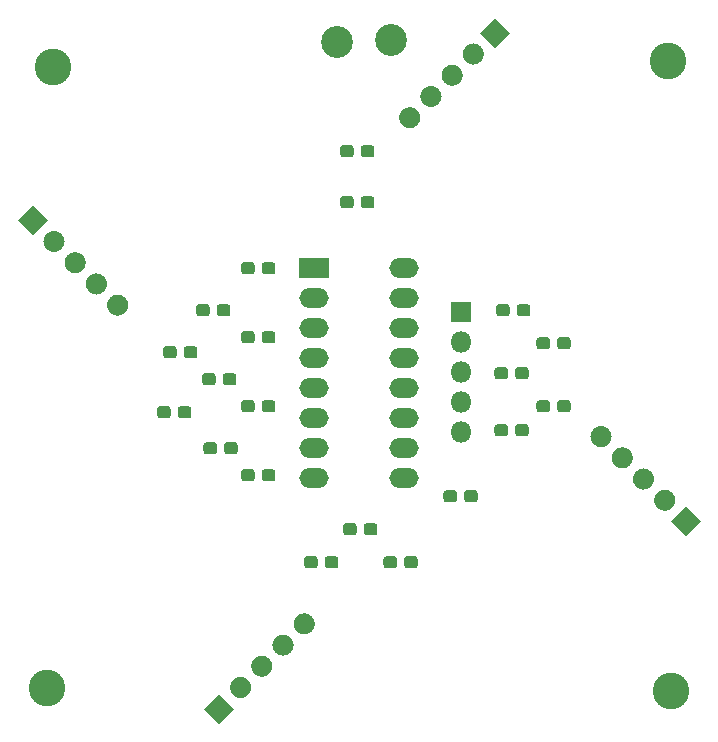
<source format=gts>
G04 #@! TF.GenerationSoftware,KiCad,Pcbnew,(5.1.6-0-10_14)*
G04 #@! TF.CreationDate,2022-01-06T22:32:46-06:00*
G04 #@! TF.ProjectId,opto_isolator,6f70746f-5f69-4736-9f6c-61746f722e6b,rev?*
G04 #@! TF.SameCoordinates,Original*
G04 #@! TF.FileFunction,Soldermask,Top*
G04 #@! TF.FilePolarity,Negative*
%FSLAX46Y46*%
G04 Gerber Fmt 4.6, Leading zero omitted, Abs format (unit mm)*
G04 Created by KiCad (PCBNEW (5.1.6-0-10_14)) date 2022-01-06 22:32:46*
%MOMM*%
%LPD*%
G01*
G04 APERTURE LIST*
%ADD10C,0.100000*%
%ADD11R,1.800000X1.800000*%
%ADD12O,1.800000X1.800000*%
%ADD13R,2.500000X1.700000*%
%ADD14O,2.500000X1.700000*%
%ADD15C,2.700000*%
%ADD16C,3.100000*%
G04 APERTURE END LIST*
D10*
G36*
X138507208Y-53730000D02*
G01*
X139780000Y-52457208D01*
X141052792Y-53730000D01*
X139780000Y-55002792D01*
X138507208Y-53730000D01*
G37*
G36*
G01*
X137347553Y-54889655D02*
X137347553Y-54889655D01*
G75*
G02*
X138620345Y-54889655I636396J-636396D01*
G01*
X138620345Y-54889655D01*
G75*
G02*
X138620345Y-56162447I-636396J-636396D01*
G01*
X138620345Y-56162447D01*
G75*
G02*
X137347553Y-56162447I-636396J636396D01*
G01*
X137347553Y-56162447D01*
G75*
G02*
X137347553Y-54889655I636396J636396D01*
G01*
G37*
G36*
G01*
X135551502Y-56685706D02*
X135551502Y-56685706D01*
G75*
G02*
X136824294Y-56685706I636396J-636396D01*
G01*
X136824294Y-56685706D01*
G75*
G02*
X136824294Y-57958498I-636396J-636396D01*
G01*
X136824294Y-57958498D01*
G75*
G02*
X135551502Y-57958498I-636396J636396D01*
G01*
X135551502Y-57958498D01*
G75*
G02*
X135551502Y-56685706I636396J636396D01*
G01*
G37*
G36*
G01*
X133755450Y-58481758D02*
X133755450Y-58481758D01*
G75*
G02*
X135028242Y-58481758I636396J-636396D01*
G01*
X135028242Y-58481758D01*
G75*
G02*
X135028242Y-59754550I-636396J-636396D01*
G01*
X135028242Y-59754550D01*
G75*
G02*
X133755450Y-59754550I-636396J636396D01*
G01*
X133755450Y-59754550D01*
G75*
G02*
X133755450Y-58481758I636396J636396D01*
G01*
G37*
G36*
G01*
X131959399Y-60277809D02*
X131959399Y-60277809D01*
G75*
G02*
X133232191Y-60277809I636396J-636396D01*
G01*
X133232191Y-60277809D01*
G75*
G02*
X133232191Y-61550601I-636396J-636396D01*
G01*
X133232191Y-61550601D01*
G75*
G02*
X131959399Y-61550601I-636396J636396D01*
G01*
X131959399Y-61550601D01*
G75*
G02*
X131959399Y-60277809I636396J636396D01*
G01*
G37*
D11*
X136980000Y-77360000D03*
D12*
X136980000Y-79900000D03*
X136980000Y-82440000D03*
X136980000Y-84980000D03*
X136980000Y-87520000D03*
G36*
G01*
X126961000Y-96020500D02*
X126961000Y-95495500D01*
G75*
G02*
X127223500Y-95233000I262500J0D01*
G01*
X127848500Y-95233000D01*
G75*
G02*
X128111000Y-95495500I0J-262500D01*
G01*
X128111000Y-96020500D01*
G75*
G02*
X127848500Y-96283000I-262500J0D01*
G01*
X127223500Y-96283000D01*
G75*
G02*
X126961000Y-96020500I0J262500D01*
G01*
G37*
G36*
G01*
X128711000Y-96020500D02*
X128711000Y-95495500D01*
G75*
G02*
X128973500Y-95233000I262500J0D01*
G01*
X129598500Y-95233000D01*
G75*
G02*
X129861000Y-95495500I0J-262500D01*
G01*
X129861000Y-96020500D01*
G75*
G02*
X129598500Y-96283000I-262500J0D01*
G01*
X128973500Y-96283000D01*
G75*
G02*
X128711000Y-96020500I0J262500D01*
G01*
G37*
G36*
G01*
X113471000Y-81034500D02*
X113471000Y-80509500D01*
G75*
G02*
X113733500Y-80247000I262500J0D01*
G01*
X114358500Y-80247000D01*
G75*
G02*
X114621000Y-80509500I0J-262500D01*
G01*
X114621000Y-81034500D01*
G75*
G02*
X114358500Y-81297000I-262500J0D01*
G01*
X113733500Y-81297000D01*
G75*
G02*
X113471000Y-81034500I0J262500D01*
G01*
G37*
G36*
G01*
X111721000Y-81034500D02*
X111721000Y-80509500D01*
G75*
G02*
X111983500Y-80247000I262500J0D01*
G01*
X112608500Y-80247000D01*
G75*
G02*
X112871000Y-80509500I0J-262500D01*
G01*
X112871000Y-81034500D01*
G75*
G02*
X112608500Y-81297000I-262500J0D01*
G01*
X111983500Y-81297000D01*
G75*
G02*
X111721000Y-81034500I0J262500D01*
G01*
G37*
G36*
G01*
X129607000Y-67809500D02*
X129607000Y-68334500D01*
G75*
G02*
X129344500Y-68597000I-262500J0D01*
G01*
X128719500Y-68597000D01*
G75*
G02*
X128457000Y-68334500I0J262500D01*
G01*
X128457000Y-67809500D01*
G75*
G02*
X128719500Y-67547000I262500J0D01*
G01*
X129344500Y-67547000D01*
G75*
G02*
X129607000Y-67809500I0J-262500D01*
G01*
G37*
G36*
G01*
X127857000Y-67809500D02*
X127857000Y-68334500D01*
G75*
G02*
X127594500Y-68597000I-262500J0D01*
G01*
X126969500Y-68597000D01*
G75*
G02*
X126707000Y-68334500I0J262500D01*
G01*
X126707000Y-67809500D01*
G75*
G02*
X126969500Y-67547000I262500J0D01*
G01*
X127594500Y-67547000D01*
G75*
G02*
X127857000Y-67809500I0J-262500D01*
G01*
G37*
G36*
G01*
X140924000Y-87113500D02*
X140924000Y-87638500D01*
G75*
G02*
X140661500Y-87901000I-262500J0D01*
G01*
X140036500Y-87901000D01*
G75*
G02*
X139774000Y-87638500I0J262500D01*
G01*
X139774000Y-87113500D01*
G75*
G02*
X140036500Y-86851000I262500J0D01*
G01*
X140661500Y-86851000D01*
G75*
G02*
X140924000Y-87113500I0J-262500D01*
G01*
G37*
G36*
G01*
X142674000Y-87113500D02*
X142674000Y-87638500D01*
G75*
G02*
X142411500Y-87901000I-262500J0D01*
G01*
X141786500Y-87901000D01*
G75*
G02*
X141524000Y-87638500I0J262500D01*
G01*
X141524000Y-87113500D01*
G75*
G02*
X141786500Y-86851000I262500J0D01*
G01*
X142411500Y-86851000D01*
G75*
G02*
X142674000Y-87113500I0J-262500D01*
G01*
G37*
G36*
G01*
X132126000Y-98814500D02*
X132126000Y-98289500D01*
G75*
G02*
X132388500Y-98027000I262500J0D01*
G01*
X133013500Y-98027000D01*
G75*
G02*
X133276000Y-98289500I0J-262500D01*
G01*
X133276000Y-98814500D01*
G75*
G02*
X133013500Y-99077000I-262500J0D01*
G01*
X132388500Y-99077000D01*
G75*
G02*
X132126000Y-98814500I0J262500D01*
G01*
G37*
G36*
G01*
X130376000Y-98814500D02*
X130376000Y-98289500D01*
G75*
G02*
X130638500Y-98027000I262500J0D01*
G01*
X131263500Y-98027000D01*
G75*
G02*
X131526000Y-98289500I0J-262500D01*
G01*
X131526000Y-98814500D01*
G75*
G02*
X131263500Y-99077000I-262500J0D01*
G01*
X130638500Y-99077000D01*
G75*
G02*
X130376000Y-98814500I0J262500D01*
G01*
G37*
G36*
G01*
X121225000Y-79239500D02*
X121225000Y-79764500D01*
G75*
G02*
X120962500Y-80027000I-262500J0D01*
G01*
X120337500Y-80027000D01*
G75*
G02*
X120075000Y-79764500I0J262500D01*
G01*
X120075000Y-79239500D01*
G75*
G02*
X120337500Y-78977000I262500J0D01*
G01*
X120962500Y-78977000D01*
G75*
G02*
X121225000Y-79239500I0J-262500D01*
G01*
G37*
G36*
G01*
X119475000Y-79239500D02*
X119475000Y-79764500D01*
G75*
G02*
X119212500Y-80027000I-262500J0D01*
G01*
X118587500Y-80027000D01*
G75*
G02*
X118325000Y-79764500I0J262500D01*
G01*
X118325000Y-79239500D01*
G75*
G02*
X118587500Y-78977000I262500J0D01*
G01*
X119212500Y-78977000D01*
G75*
G02*
X119475000Y-79239500I0J-262500D01*
G01*
G37*
G36*
G01*
X120075000Y-73922500D02*
X120075000Y-73397500D01*
G75*
G02*
X120337500Y-73135000I262500J0D01*
G01*
X120962500Y-73135000D01*
G75*
G02*
X121225000Y-73397500I0J-262500D01*
G01*
X121225000Y-73922500D01*
G75*
G02*
X120962500Y-74185000I-262500J0D01*
G01*
X120337500Y-74185000D01*
G75*
G02*
X120075000Y-73922500I0J262500D01*
G01*
G37*
G36*
G01*
X118325000Y-73922500D02*
X118325000Y-73397500D01*
G75*
G02*
X118587500Y-73135000I262500J0D01*
G01*
X119212500Y-73135000D01*
G75*
G02*
X119475000Y-73397500I0J-262500D01*
G01*
X119475000Y-73922500D01*
G75*
G02*
X119212500Y-74185000I-262500J0D01*
G01*
X118587500Y-74185000D01*
G75*
G02*
X118325000Y-73922500I0J262500D01*
G01*
G37*
G36*
G01*
X114515000Y-77478500D02*
X114515000Y-76953500D01*
G75*
G02*
X114777500Y-76691000I262500J0D01*
G01*
X115402500Y-76691000D01*
G75*
G02*
X115665000Y-76953500I0J-262500D01*
G01*
X115665000Y-77478500D01*
G75*
G02*
X115402500Y-77741000I-262500J0D01*
G01*
X114777500Y-77741000D01*
G75*
G02*
X114515000Y-77478500I0J262500D01*
G01*
G37*
G36*
G01*
X116265000Y-77478500D02*
X116265000Y-76953500D01*
G75*
G02*
X116527500Y-76691000I262500J0D01*
G01*
X117152500Y-76691000D01*
G75*
G02*
X117415000Y-76953500I0J-262500D01*
G01*
X117415000Y-77478500D01*
G75*
G02*
X117152500Y-77741000I-262500J0D01*
G01*
X116527500Y-77741000D01*
G75*
G02*
X116265000Y-77478500I0J262500D01*
G01*
G37*
G36*
G01*
X116773000Y-83320500D02*
X116773000Y-82795500D01*
G75*
G02*
X117035500Y-82533000I262500J0D01*
G01*
X117660500Y-82533000D01*
G75*
G02*
X117923000Y-82795500I0J-262500D01*
G01*
X117923000Y-83320500D01*
G75*
G02*
X117660500Y-83583000I-262500J0D01*
G01*
X117035500Y-83583000D01*
G75*
G02*
X116773000Y-83320500I0J262500D01*
G01*
G37*
G36*
G01*
X115023000Y-83320500D02*
X115023000Y-82795500D01*
G75*
G02*
X115285500Y-82533000I262500J0D01*
G01*
X115910500Y-82533000D01*
G75*
G02*
X116173000Y-82795500I0J-262500D01*
G01*
X116173000Y-83320500D01*
G75*
G02*
X115910500Y-83583000I-262500J0D01*
G01*
X115285500Y-83583000D01*
G75*
G02*
X115023000Y-83320500I0J262500D01*
G01*
G37*
G36*
G01*
X115136000Y-89162500D02*
X115136000Y-88637500D01*
G75*
G02*
X115398500Y-88375000I262500J0D01*
G01*
X116023500Y-88375000D01*
G75*
G02*
X116286000Y-88637500I0J-262500D01*
G01*
X116286000Y-89162500D01*
G75*
G02*
X116023500Y-89425000I-262500J0D01*
G01*
X115398500Y-89425000D01*
G75*
G02*
X115136000Y-89162500I0J262500D01*
G01*
G37*
G36*
G01*
X116886000Y-89162500D02*
X116886000Y-88637500D01*
G75*
G02*
X117148500Y-88375000I262500J0D01*
G01*
X117773500Y-88375000D01*
G75*
G02*
X118036000Y-88637500I0J-262500D01*
G01*
X118036000Y-89162500D01*
G75*
G02*
X117773500Y-89425000I-262500J0D01*
G01*
X117148500Y-89425000D01*
G75*
G02*
X116886000Y-89162500I0J262500D01*
G01*
G37*
G36*
G01*
X119475000Y-85081500D02*
X119475000Y-85606500D01*
G75*
G02*
X119212500Y-85869000I-262500J0D01*
G01*
X118587500Y-85869000D01*
G75*
G02*
X118325000Y-85606500I0J262500D01*
G01*
X118325000Y-85081500D01*
G75*
G02*
X118587500Y-84819000I262500J0D01*
G01*
X119212500Y-84819000D01*
G75*
G02*
X119475000Y-85081500I0J-262500D01*
G01*
G37*
G36*
G01*
X121225000Y-85081500D02*
X121225000Y-85606500D01*
G75*
G02*
X120962500Y-85869000I-262500J0D01*
G01*
X120337500Y-85869000D01*
G75*
G02*
X120075000Y-85606500I0J262500D01*
G01*
X120075000Y-85081500D01*
G75*
G02*
X120337500Y-84819000I262500J0D01*
G01*
X120962500Y-84819000D01*
G75*
G02*
X121225000Y-85081500I0J-262500D01*
G01*
G37*
G36*
G01*
X121225000Y-90923500D02*
X121225000Y-91448500D01*
G75*
G02*
X120962500Y-91711000I-262500J0D01*
G01*
X120337500Y-91711000D01*
G75*
G02*
X120075000Y-91448500I0J262500D01*
G01*
X120075000Y-90923500D01*
G75*
G02*
X120337500Y-90661000I262500J0D01*
G01*
X120962500Y-90661000D01*
G75*
G02*
X121225000Y-90923500I0J-262500D01*
G01*
G37*
G36*
G01*
X119475000Y-90923500D02*
X119475000Y-91448500D01*
G75*
G02*
X119212500Y-91711000I-262500J0D01*
G01*
X118587500Y-91711000D01*
G75*
G02*
X118325000Y-91448500I0J262500D01*
G01*
X118325000Y-90923500D01*
G75*
G02*
X118587500Y-90661000I262500J0D01*
G01*
X119212500Y-90661000D01*
G75*
G02*
X119475000Y-90923500I0J-262500D01*
G01*
G37*
G36*
G01*
X141065000Y-76953500D02*
X141065000Y-77478500D01*
G75*
G02*
X140802500Y-77741000I-262500J0D01*
G01*
X140177500Y-77741000D01*
G75*
G02*
X139915000Y-77478500I0J262500D01*
G01*
X139915000Y-76953500D01*
G75*
G02*
X140177500Y-76691000I262500J0D01*
G01*
X140802500Y-76691000D01*
G75*
G02*
X141065000Y-76953500I0J-262500D01*
G01*
G37*
G36*
G01*
X142815000Y-76953500D02*
X142815000Y-77478500D01*
G75*
G02*
X142552500Y-77741000I-262500J0D01*
G01*
X141927500Y-77741000D01*
G75*
G02*
X141665000Y-77478500I0J262500D01*
G01*
X141665000Y-76953500D01*
G75*
G02*
X141927500Y-76691000I262500J0D01*
G01*
X142552500Y-76691000D01*
G75*
G02*
X142815000Y-76953500I0J-262500D01*
G01*
G37*
G36*
G01*
X146230000Y-79747500D02*
X146230000Y-80272500D01*
G75*
G02*
X145967500Y-80535000I-262500J0D01*
G01*
X145342500Y-80535000D01*
G75*
G02*
X145080000Y-80272500I0J262500D01*
G01*
X145080000Y-79747500D01*
G75*
G02*
X145342500Y-79485000I262500J0D01*
G01*
X145967500Y-79485000D01*
G75*
G02*
X146230000Y-79747500I0J-262500D01*
G01*
G37*
G36*
G01*
X144480000Y-79747500D02*
X144480000Y-80272500D01*
G75*
G02*
X144217500Y-80535000I-262500J0D01*
G01*
X143592500Y-80535000D01*
G75*
G02*
X143330000Y-80272500I0J262500D01*
G01*
X143330000Y-79747500D01*
G75*
G02*
X143592500Y-79485000I262500J0D01*
G01*
X144217500Y-79485000D01*
G75*
G02*
X144480000Y-79747500I0J-262500D01*
G01*
G37*
G36*
G01*
X140924000Y-82287500D02*
X140924000Y-82812500D01*
G75*
G02*
X140661500Y-83075000I-262500J0D01*
G01*
X140036500Y-83075000D01*
G75*
G02*
X139774000Y-82812500I0J262500D01*
G01*
X139774000Y-82287500D01*
G75*
G02*
X140036500Y-82025000I262500J0D01*
G01*
X140661500Y-82025000D01*
G75*
G02*
X140924000Y-82287500I0J-262500D01*
G01*
G37*
G36*
G01*
X142674000Y-82287500D02*
X142674000Y-82812500D01*
G75*
G02*
X142411500Y-83075000I-262500J0D01*
G01*
X141786500Y-83075000D01*
G75*
G02*
X141524000Y-82812500I0J262500D01*
G01*
X141524000Y-82287500D01*
G75*
G02*
X141786500Y-82025000I262500J0D01*
G01*
X142411500Y-82025000D01*
G75*
G02*
X142674000Y-82287500I0J-262500D01*
G01*
G37*
G36*
G01*
X146230000Y-85081500D02*
X146230000Y-85606500D01*
G75*
G02*
X145967500Y-85869000I-262500J0D01*
G01*
X145342500Y-85869000D01*
G75*
G02*
X145080000Y-85606500I0J262500D01*
G01*
X145080000Y-85081500D01*
G75*
G02*
X145342500Y-84819000I262500J0D01*
G01*
X145967500Y-84819000D01*
G75*
G02*
X146230000Y-85081500I0J-262500D01*
G01*
G37*
G36*
G01*
X144480000Y-85081500D02*
X144480000Y-85606500D01*
G75*
G02*
X144217500Y-85869000I-262500J0D01*
G01*
X143592500Y-85869000D01*
G75*
G02*
X143330000Y-85606500I0J262500D01*
G01*
X143330000Y-85081500D01*
G75*
G02*
X143592500Y-84819000I262500J0D01*
G01*
X144217500Y-84819000D01*
G75*
G02*
X144480000Y-85081500I0J-262500D01*
G01*
G37*
D10*
G36*
X117752792Y-110950000D02*
G01*
X116480000Y-112222792D01*
X115207208Y-110950000D01*
X116480000Y-109677208D01*
X117752792Y-110950000D01*
G37*
G36*
G01*
X118912447Y-109790345D02*
X118912447Y-109790345D01*
G75*
G02*
X117639655Y-109790345I-636396J636396D01*
G01*
X117639655Y-109790345D01*
G75*
G02*
X117639655Y-108517553I636396J636396D01*
G01*
X117639655Y-108517553D01*
G75*
G02*
X118912447Y-108517553I636396J-636396D01*
G01*
X118912447Y-108517553D01*
G75*
G02*
X118912447Y-109790345I-636396J-636396D01*
G01*
G37*
G36*
G01*
X120708498Y-107994294D02*
X120708498Y-107994294D01*
G75*
G02*
X119435706Y-107994294I-636396J636396D01*
G01*
X119435706Y-107994294D01*
G75*
G02*
X119435706Y-106721502I636396J636396D01*
G01*
X119435706Y-106721502D01*
G75*
G02*
X120708498Y-106721502I636396J-636396D01*
G01*
X120708498Y-106721502D01*
G75*
G02*
X120708498Y-107994294I-636396J-636396D01*
G01*
G37*
G36*
G01*
X122504550Y-106198242D02*
X122504550Y-106198242D01*
G75*
G02*
X121231758Y-106198242I-636396J636396D01*
G01*
X121231758Y-106198242D01*
G75*
G02*
X121231758Y-104925450I636396J636396D01*
G01*
X121231758Y-104925450D01*
G75*
G02*
X122504550Y-104925450I636396J-636396D01*
G01*
X122504550Y-104925450D01*
G75*
G02*
X122504550Y-106198242I-636396J-636396D01*
G01*
G37*
G36*
G01*
X124300601Y-104402191D02*
X124300601Y-104402191D01*
G75*
G02*
X123027809Y-104402191I-636396J636396D01*
G01*
X123027809Y-104402191D01*
G75*
G02*
X123027809Y-103129399I636396J636396D01*
G01*
X123027809Y-103129399D01*
G75*
G02*
X124300601Y-103129399I636396J-636396D01*
G01*
X124300601Y-103129399D01*
G75*
G02*
X124300601Y-104402191I-636396J-636396D01*
G01*
G37*
G36*
G01*
X107227809Y-77420601D02*
X107227809Y-77420601D01*
G75*
G02*
X107227809Y-76147809I636396J636396D01*
G01*
X107227809Y-76147809D01*
G75*
G02*
X108500601Y-76147809I636396J-636396D01*
G01*
X108500601Y-76147809D01*
G75*
G02*
X108500601Y-77420601I-636396J-636396D01*
G01*
X108500601Y-77420601D01*
G75*
G02*
X107227809Y-77420601I-636396J636396D01*
G01*
G37*
G36*
G01*
X105431758Y-75624550D02*
X105431758Y-75624550D01*
G75*
G02*
X105431758Y-74351758I636396J636396D01*
G01*
X105431758Y-74351758D01*
G75*
G02*
X106704550Y-74351758I636396J-636396D01*
G01*
X106704550Y-74351758D01*
G75*
G02*
X106704550Y-75624550I-636396J-636396D01*
G01*
X106704550Y-75624550D01*
G75*
G02*
X105431758Y-75624550I-636396J636396D01*
G01*
G37*
G36*
G01*
X103635706Y-73828498D02*
X103635706Y-73828498D01*
G75*
G02*
X103635706Y-72555706I636396J636396D01*
G01*
X103635706Y-72555706D01*
G75*
G02*
X104908498Y-72555706I636396J-636396D01*
G01*
X104908498Y-72555706D01*
G75*
G02*
X104908498Y-73828498I-636396J-636396D01*
G01*
X104908498Y-73828498D01*
G75*
G02*
X103635706Y-73828498I-636396J636396D01*
G01*
G37*
G36*
G01*
X101839655Y-72032447D02*
X101839655Y-72032447D01*
G75*
G02*
X101839655Y-70759655I636396J636396D01*
G01*
X101839655Y-70759655D01*
G75*
G02*
X103112447Y-70759655I636396J-636396D01*
G01*
X103112447Y-70759655D01*
G75*
G02*
X103112447Y-72032447I-636396J-636396D01*
G01*
X103112447Y-72032447D01*
G75*
G02*
X101839655Y-72032447I-636396J636396D01*
G01*
G37*
G36*
X100680000Y-70872792D02*
G01*
X99407208Y-69600000D01*
X100680000Y-68327208D01*
X101952792Y-69600000D01*
X100680000Y-70872792D01*
G37*
G36*
X155980000Y-93827208D02*
G01*
X157252792Y-95100000D01*
X155980000Y-96372792D01*
X154707208Y-95100000D01*
X155980000Y-93827208D01*
G37*
G36*
G01*
X154820345Y-92667553D02*
X154820345Y-92667553D01*
G75*
G02*
X154820345Y-93940345I-636396J-636396D01*
G01*
X154820345Y-93940345D01*
G75*
G02*
X153547553Y-93940345I-636396J636396D01*
G01*
X153547553Y-93940345D01*
G75*
G02*
X153547553Y-92667553I636396J636396D01*
G01*
X153547553Y-92667553D01*
G75*
G02*
X154820345Y-92667553I636396J-636396D01*
G01*
G37*
G36*
G01*
X153024294Y-90871502D02*
X153024294Y-90871502D01*
G75*
G02*
X153024294Y-92144294I-636396J-636396D01*
G01*
X153024294Y-92144294D01*
G75*
G02*
X151751502Y-92144294I-636396J636396D01*
G01*
X151751502Y-92144294D01*
G75*
G02*
X151751502Y-90871502I636396J636396D01*
G01*
X151751502Y-90871502D01*
G75*
G02*
X153024294Y-90871502I636396J-636396D01*
G01*
G37*
G36*
G01*
X151228242Y-89075450D02*
X151228242Y-89075450D01*
G75*
G02*
X151228242Y-90348242I-636396J-636396D01*
G01*
X151228242Y-90348242D01*
G75*
G02*
X149955450Y-90348242I-636396J636396D01*
G01*
X149955450Y-90348242D01*
G75*
G02*
X149955450Y-89075450I636396J636396D01*
G01*
X149955450Y-89075450D01*
G75*
G02*
X151228242Y-89075450I636396J-636396D01*
G01*
G37*
G36*
G01*
X149432191Y-87279399D02*
X149432191Y-87279399D01*
G75*
G02*
X149432191Y-88552191I-636396J-636396D01*
G01*
X149432191Y-88552191D01*
G75*
G02*
X148159399Y-88552191I-636396J636396D01*
G01*
X148159399Y-88552191D01*
G75*
G02*
X148159399Y-87279399I636396J636396D01*
G01*
X148159399Y-87279399D01*
G75*
G02*
X149432191Y-87279399I636396J-636396D01*
G01*
G37*
D13*
X124470000Y-73630000D03*
D14*
X132090000Y-91410000D03*
X124470000Y-76170000D03*
X132090000Y-88870000D03*
X124470000Y-78710000D03*
X132090000Y-86330000D03*
X124470000Y-81250000D03*
X132090000Y-83790000D03*
X124470000Y-83790000D03*
X132090000Y-81250000D03*
X124470000Y-86330000D03*
X132090000Y-78710000D03*
X124470000Y-88870000D03*
X132090000Y-76170000D03*
X124470000Y-91410000D03*
X132090000Y-73630000D03*
D15*
X126460000Y-54470000D03*
X131020000Y-54356000D03*
G36*
G01*
X125409000Y-98814500D02*
X125409000Y-98289500D01*
G75*
G02*
X125671500Y-98027000I262500J0D01*
G01*
X126296500Y-98027000D01*
G75*
G02*
X126559000Y-98289500I0J-262500D01*
G01*
X126559000Y-98814500D01*
G75*
G02*
X126296500Y-99077000I-262500J0D01*
G01*
X125671500Y-99077000D01*
G75*
G02*
X125409000Y-98814500I0J262500D01*
G01*
G37*
G36*
G01*
X123659000Y-98814500D02*
X123659000Y-98289500D01*
G75*
G02*
X123921500Y-98027000I262500J0D01*
G01*
X124546500Y-98027000D01*
G75*
G02*
X124809000Y-98289500I0J-262500D01*
G01*
X124809000Y-98814500D01*
G75*
G02*
X124546500Y-99077000I-262500J0D01*
G01*
X123921500Y-99077000D01*
G75*
G02*
X123659000Y-98814500I0J262500D01*
G01*
G37*
G36*
G01*
X126707000Y-64016500D02*
X126707000Y-63491500D01*
G75*
G02*
X126969500Y-63229000I262500J0D01*
G01*
X127594500Y-63229000D01*
G75*
G02*
X127857000Y-63491500I0J-262500D01*
G01*
X127857000Y-64016500D01*
G75*
G02*
X127594500Y-64279000I-262500J0D01*
G01*
X126969500Y-64279000D01*
G75*
G02*
X126707000Y-64016500I0J262500D01*
G01*
G37*
G36*
G01*
X128457000Y-64016500D02*
X128457000Y-63491500D01*
G75*
G02*
X128719500Y-63229000I262500J0D01*
G01*
X129344500Y-63229000D01*
G75*
G02*
X129607000Y-63491500I0J-262500D01*
G01*
X129607000Y-64016500D01*
G75*
G02*
X129344500Y-64279000I-262500J0D01*
G01*
X128719500Y-64279000D01*
G75*
G02*
X128457000Y-64016500I0J262500D01*
G01*
G37*
G36*
G01*
X136606000Y-92701500D02*
X136606000Y-93226500D01*
G75*
G02*
X136343500Y-93489000I-262500J0D01*
G01*
X135718500Y-93489000D01*
G75*
G02*
X135456000Y-93226500I0J262500D01*
G01*
X135456000Y-92701500D01*
G75*
G02*
X135718500Y-92439000I262500J0D01*
G01*
X136343500Y-92439000D01*
G75*
G02*
X136606000Y-92701500I0J-262500D01*
G01*
G37*
G36*
G01*
X138356000Y-92701500D02*
X138356000Y-93226500D01*
G75*
G02*
X138093500Y-93489000I-262500J0D01*
G01*
X137468500Y-93489000D01*
G75*
G02*
X137206000Y-93226500I0J262500D01*
G01*
X137206000Y-92701500D01*
G75*
G02*
X137468500Y-92439000I262500J0D01*
G01*
X138093500Y-92439000D01*
G75*
G02*
X138356000Y-92701500I0J-262500D01*
G01*
G37*
G36*
G01*
X114113000Y-85589500D02*
X114113000Y-86114500D01*
G75*
G02*
X113850500Y-86377000I-262500J0D01*
G01*
X113225500Y-86377000D01*
G75*
G02*
X112963000Y-86114500I0J262500D01*
G01*
X112963000Y-85589500D01*
G75*
G02*
X113225500Y-85327000I262500J0D01*
G01*
X113850500Y-85327000D01*
G75*
G02*
X114113000Y-85589500I0J-262500D01*
G01*
G37*
G36*
G01*
X112363000Y-85589500D02*
X112363000Y-86114500D01*
G75*
G02*
X112100500Y-86377000I-262500J0D01*
G01*
X111475500Y-86377000D01*
G75*
G02*
X111213000Y-86114500I0J262500D01*
G01*
X111213000Y-85589500D01*
G75*
G02*
X111475500Y-85327000I262500J0D01*
G01*
X112100500Y-85327000D01*
G75*
G02*
X112363000Y-85589500I0J-262500D01*
G01*
G37*
D16*
X154432000Y-56134000D03*
X154686000Y-109474000D03*
X102362000Y-56642000D03*
X101854000Y-109220000D03*
M02*

</source>
